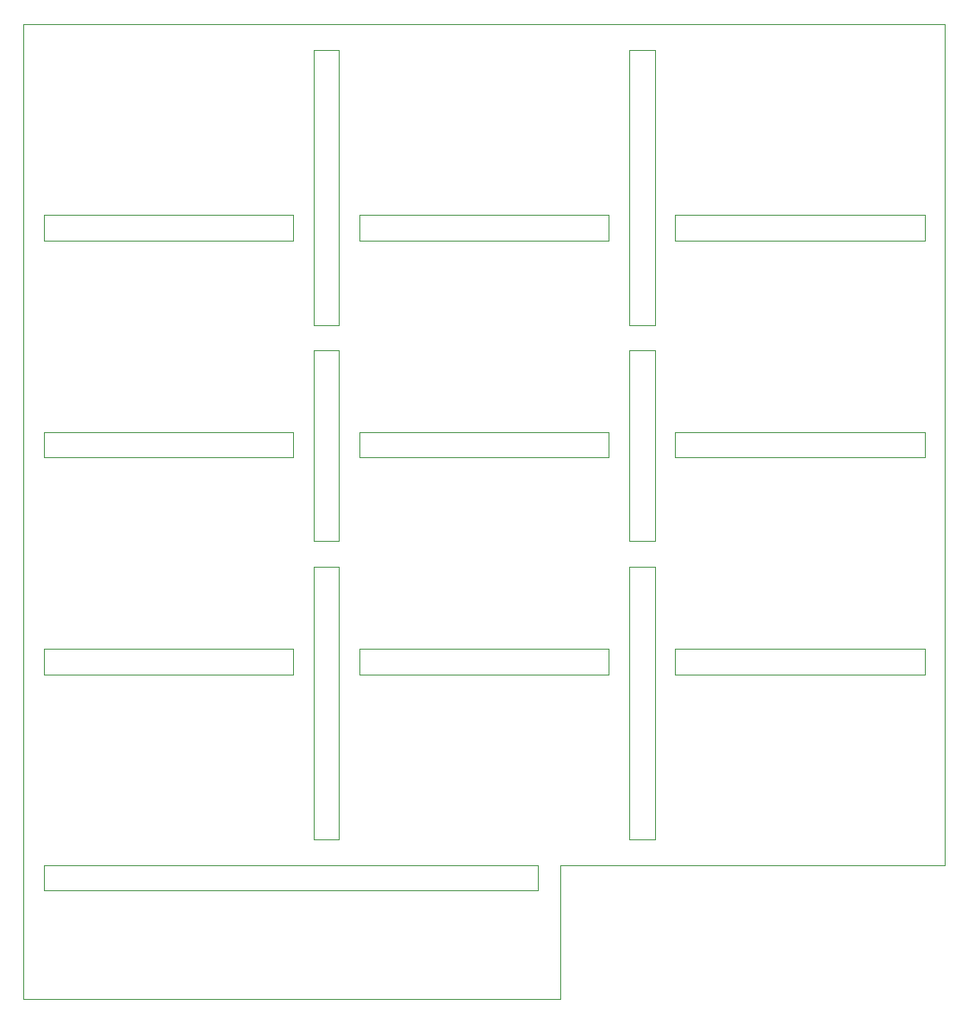
<source format=gbr>
%TF.GenerationSoftware,KiCad,Pcbnew,(6.0.5)*%
%TF.CreationDate,2023-08-07T19:05:31+01:00*%
%TF.ProjectId,SquareOscillator,53717561-7265-44f7-9363-696c6c61746f,rev?*%
%TF.SameCoordinates,Original*%
%TF.FileFunction,Profile,NP*%
%FSLAX46Y46*%
G04 Gerber Fmt 4.6, Leading zero omitted, Abs format (unit mm)*
G04 Created by KiCad (PCBNEW (6.0.5)) date 2023-08-07 19:05:31*
%MOMM*%
%LPD*%
G01*
G04 APERTURE LIST*
%TA.AperFunction,Profile*%
%ADD10C,0.100000*%
%TD*%
G04 APERTURE END LIST*
D10*
X25000000Y-25000000D02*
X25010000Y-120660000D01*
X115500000Y-25000000D02*
X25000000Y-25000000D01*
X115500000Y-107490000D02*
X115500000Y-25000000D01*
X77680000Y-107490000D02*
X115500000Y-107490000D01*
X77680000Y-120660000D02*
X77680000Y-107490000D01*
X25010000Y-120660000D02*
X77680000Y-120660000D01*
X27000000Y-107500000D02*
X75500000Y-107500000D01*
X75500000Y-107500000D02*
X75500000Y-110000000D01*
X75500000Y-110000000D02*
X27000000Y-110000000D01*
X27000000Y-110000000D02*
X27000000Y-107500000D01*
X84500000Y-78200000D02*
X87000000Y-78200000D01*
X87000000Y-78200000D02*
X87000000Y-105000000D01*
X87000000Y-105000000D02*
X84500000Y-105000000D01*
X84500000Y-105000000D02*
X84500000Y-78200000D01*
X53500000Y-78200000D02*
X56000000Y-78200000D01*
X56000000Y-78200000D02*
X56000000Y-105000000D01*
X56000000Y-105000000D02*
X53500000Y-105000000D01*
X53500000Y-105000000D02*
X53500000Y-78200000D01*
X89000000Y-86290000D02*
X113500000Y-86290000D01*
X113500000Y-86290000D02*
X113500000Y-88790000D01*
X113500000Y-88790000D02*
X89000000Y-88790000D01*
X89000000Y-88790000D02*
X89000000Y-86290000D01*
X27000000Y-86290000D02*
X51500000Y-86290000D01*
X51500000Y-86290000D02*
X51500000Y-88790000D01*
X51500000Y-88790000D02*
X27000000Y-88790000D01*
X27000000Y-88790000D02*
X27000000Y-86290000D01*
X58000000Y-86290000D02*
X82500000Y-86290000D01*
X82500000Y-86290000D02*
X82500000Y-88790000D01*
X82500000Y-88790000D02*
X58000000Y-88790000D01*
X58000000Y-88790000D02*
X58000000Y-86290000D01*
X84500000Y-57000000D02*
X87000000Y-57000000D01*
X87000000Y-57000000D02*
X87000000Y-75700000D01*
X87000000Y-75700000D02*
X84500000Y-75700000D01*
X84500000Y-75700000D02*
X84500000Y-57000000D01*
X53500000Y-57000000D02*
X56000000Y-57000000D01*
X56000000Y-57000000D02*
X56000000Y-75700000D01*
X56000000Y-75700000D02*
X53500000Y-75700000D01*
X53500000Y-75700000D02*
X53500000Y-57000000D01*
X89000000Y-65000000D02*
X113500000Y-65000000D01*
X113500000Y-65000000D02*
X113500000Y-67500000D01*
X113500000Y-67500000D02*
X89000000Y-67500000D01*
X89000000Y-67500000D02*
X89000000Y-65000000D01*
X27000000Y-65000000D02*
X51500000Y-65000000D01*
X51500000Y-65000000D02*
X51500000Y-67500000D01*
X51500000Y-67500000D02*
X27000000Y-67500000D01*
X27000000Y-67500000D02*
X27000000Y-65000000D01*
X58000000Y-65000000D02*
X82500000Y-65000000D01*
X82500000Y-65000000D02*
X82500000Y-67500000D01*
X82500000Y-67500000D02*
X58000000Y-67500000D01*
X58000000Y-67500000D02*
X58000000Y-65000000D01*
X89000000Y-43700000D02*
X113500000Y-43700000D01*
X113500000Y-43700000D02*
X113500000Y-46200000D01*
X113500000Y-46200000D02*
X89000000Y-46200000D01*
X89000000Y-46200000D02*
X89000000Y-43700000D01*
X58000000Y-43700000D02*
X82500000Y-43700000D01*
X82500000Y-43700000D02*
X82500000Y-46200000D01*
X82500000Y-46200000D02*
X58000000Y-46200000D01*
X58000000Y-46200000D02*
X58000000Y-43700000D01*
X27000000Y-43700000D02*
X51500000Y-43700000D01*
X51500000Y-43700000D02*
X51500000Y-46200000D01*
X51500000Y-46200000D02*
X27000000Y-46200000D01*
X27000000Y-46200000D02*
X27000000Y-43700000D01*
X84500000Y-27500000D02*
X87000000Y-27500000D01*
X87000000Y-27500000D02*
X87000000Y-54500000D01*
X87000000Y-54500000D02*
X84500000Y-54500000D01*
X84500000Y-54500000D02*
X84500000Y-27500000D01*
X53500000Y-27500000D02*
X56000000Y-27500000D01*
X56000000Y-27500000D02*
X56000000Y-54500000D01*
X56000000Y-54500000D02*
X53500000Y-54500000D01*
X53500000Y-54500000D02*
X53500000Y-27500000D01*
M02*

</source>
